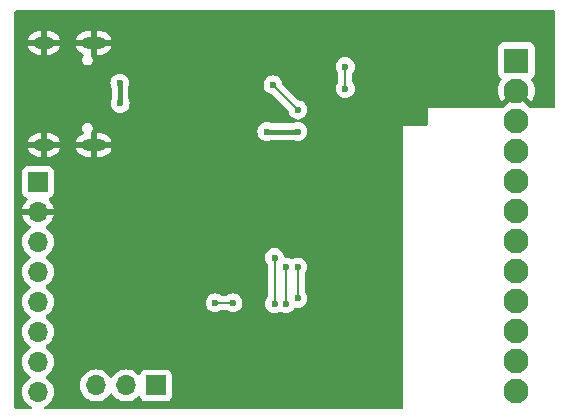
<source format=gbr>
%TF.GenerationSoftware,KiCad,Pcbnew,8.0.5*%
%TF.CreationDate,2024-10-20T23:26:53-04:00*%
%TF.ProjectId,Sequencer,53657175-656e-4636-9572-2e6b69636164,rev?*%
%TF.SameCoordinates,Original*%
%TF.FileFunction,Copper,L2,Bot*%
%TF.FilePolarity,Positive*%
%FSLAX46Y46*%
G04 Gerber Fmt 4.6, Leading zero omitted, Abs format (unit mm)*
G04 Created by KiCad (PCBNEW 8.0.5) date 2024-10-20 23:26:53*
%MOMM*%
%LPD*%
G01*
G04 APERTURE LIST*
%TA.AperFunction,ComponentPad*%
%ADD10O,2.100000X1.000000*%
%TD*%
%TA.AperFunction,ComponentPad*%
%ADD11O,1.800000X1.000000*%
%TD*%
%TA.AperFunction,ComponentPad*%
%ADD12R,1.700000X1.700000*%
%TD*%
%TA.AperFunction,ComponentPad*%
%ADD13O,1.700000X1.700000*%
%TD*%
%TA.AperFunction,ComponentPad*%
%ADD14C,2.100000*%
%TD*%
%TA.AperFunction,ComponentPad*%
%ADD15R,2.100000X2.100000*%
%TD*%
%TA.AperFunction,ViaPad*%
%ADD16C,0.600000*%
%TD*%
%TA.AperFunction,ViaPad*%
%ADD17C,5.560000*%
%TD*%
%TA.AperFunction,Conductor*%
%ADD18C,0.400000*%
%TD*%
%TA.AperFunction,Conductor*%
%ADD19C,0.152400*%
%TD*%
%TA.AperFunction,Conductor*%
%ADD20C,0.200000*%
%TD*%
G04 APERTURE END LIST*
D10*
%TO.P,J3,S1,SHIELD*%
%TO.N,GND*%
X139700000Y-52500000D03*
D11*
X135500000Y-52500000D03*
D10*
X139700000Y-61140000D03*
D11*
X135500000Y-61140000D03*
%TD*%
D12*
%TO.P,J4,1,Pin_1*%
%TO.N,/5V*%
X135000000Y-64260000D03*
D13*
%TO.P,J4,2,Pin_2*%
%TO.N,GND*%
X135000000Y-66800000D03*
%TO.P,J4,3,Pin_3*%
%TO.N,/X1*%
X135000000Y-69340000D03*
%TO.P,J4,4,Pin_4*%
%TO.N,/X2*%
X135000000Y-71880000D03*
%TO.P,J4,5,Pin_5*%
%TO.N,/X3*%
X135000000Y-74420000D03*
%TO.P,J4,6,Pin_6*%
%TO.N,/X4*%
X135000000Y-76960000D03*
%TO.P,J4,7,Pin_7*%
%TO.N,/X5*%
X135000000Y-79500000D03*
%TO.P,J4,8,Pin_8*%
%TO.N,/X6*%
X135000000Y-82040000D03*
%TD*%
D12*
%TO.P,J2,1,Pin_1*%
%TO.N,/UPDI*%
X145000000Y-81500000D03*
D13*
%TO.P,J2,2,Pin_2*%
%TO.N,/RXD_U*%
X142460000Y-81500000D03*
%TO.P,J2,3,Pin_3*%
%TO.N,/TXD_M*%
X139920000Y-81500000D03*
%TD*%
D14*
%TO.P,J1,12,Pin_12*%
%TO.N,Net-(J1-Pin_12)*%
X175500000Y-81940000D03*
%TO.P,J1,11,Pin_11*%
%TO.N,Net-(J1-Pin_11)*%
X175500000Y-79400000D03*
%TO.P,J1,10,Pin_10*%
%TO.N,Net-(J1-Pin_10)*%
X175500000Y-76860000D03*
%TO.P,J1,9,Pin_9*%
%TO.N,Net-(J1-Pin_9)*%
X175500000Y-74320000D03*
%TO.P,J1,8,Pin_8*%
%TO.N,Net-(J1-Pin_8)*%
X175500000Y-71780000D03*
%TO.P,J1,7,Pin_7*%
%TO.N,Net-(J1-Pin_7)*%
X175500000Y-69240000D03*
%TO.P,J1,6,Pin_6*%
%TO.N,Net-(J1-Pin_6)*%
X175500000Y-66700000D03*
%TO.P,J1,5,Pin_5*%
%TO.N,Net-(J1-Pin_5)*%
X175500000Y-64160000D03*
%TO.P,J1,4,Pin_4*%
%TO.N,/KEY-*%
X175500000Y-61620000D03*
%TO.P,J1,3,Pin_3*%
%TO.N,/KEY+*%
X175500000Y-59080000D03*
%TO.P,J1,2,Pin_2*%
%TO.N,GND*%
X175500000Y-56540000D03*
D15*
%TO.P,J1,1,Pin_1*%
%TO.N,/12V*%
X175500000Y-54000000D03*
%TD*%
D16*
%TO.N,GND*%
X145500000Y-60500000D03*
X163600000Y-67500000D03*
X166500000Y-50250000D03*
X165000000Y-51000000D03*
X160750000Y-62500000D03*
X168000000Y-51000000D03*
X151760960Y-69454280D03*
X154500000Y-80500000D03*
X168000000Y-53250000D03*
X143325000Y-60500000D03*
X163600000Y-77000000D03*
X145500000Y-53000000D03*
X166500000Y-55850626D03*
X160376814Y-59209314D03*
X166500000Y-58000000D03*
X149000000Y-58225000D03*
X152425000Y-64500000D03*
X165000000Y-51750000D03*
D17*
X151000000Y-80500000D03*
D16*
X165000000Y-52500000D03*
X163505000Y-72250000D03*
X160500000Y-51250000D03*
X147000000Y-51500000D03*
X165750000Y-50250000D03*
X168000000Y-52500000D03*
X168000000Y-51750000D03*
X165000000Y-53250000D03*
X163500000Y-81750000D03*
X167250000Y-50250000D03*
X143325000Y-53500000D03*
D17*
X151000000Y-52750000D03*
D16*
%TO.N,/5V*%
X154366600Y-60000000D03*
X157000000Y-60000000D03*
%TO.N,/UPDI*%
X156000000Y-74576200D03*
X156000000Y-71473800D03*
%TO.N,/3V3*%
X161011814Y-56357200D03*
X161011814Y-54500000D03*
%TO.N,/D-M*%
X154891987Y-56051301D03*
X157000000Y-58159314D03*
%TO.N,Net-(FB1-Pad1)*%
X141944069Y-57624461D03*
X141919608Y-55900000D03*
%TO.N,/TXD_U*%
X157000000Y-74131000D03*
X157000000Y-71473800D03*
%TO.N,/TXD_M*%
X150000000Y-74500000D03*
X151500000Y-74500000D03*
%TO.N,/RXD_U*%
X155017565Y-74576200D03*
X155017565Y-70667565D03*
%TD*%
D18*
%TO.N,/5V*%
X154366600Y-60000000D02*
X157000000Y-60000000D01*
D19*
%TO.N,/UPDI*%
X156000000Y-74576200D02*
X156000000Y-71473800D01*
%TO.N,/3V3*%
X161011814Y-56389314D02*
X161011814Y-54500000D01*
D20*
%TO.N,/D-M*%
X154891987Y-56051301D02*
X157000000Y-58159314D01*
D18*
%TO.N,Net-(FB1-Pad1)*%
X141944069Y-57624461D02*
X141919608Y-57600000D01*
X141919608Y-57600000D02*
X141919608Y-55900000D01*
D19*
%TO.N,/TXD_U*%
X157000000Y-74131000D02*
X157000000Y-71473800D01*
%TO.N,/TXD_M*%
X151500000Y-74500000D02*
X150000000Y-74500000D01*
%TO.N,/RXD_U*%
X155017565Y-74576200D02*
X155017565Y-70667565D01*
%TD*%
%TA.AperFunction,Conductor*%
%TO.N,GND*%
G36*
X178712180Y-49770185D02*
G01*
X178757935Y-49822989D01*
X178769140Y-49874569D01*
X178766930Y-53714631D01*
X178764535Y-57876071D01*
X178744812Y-57943099D01*
X178691982Y-57988824D01*
X178640535Y-58000000D01*
X176668639Y-58000000D01*
X176601600Y-57980315D01*
X176588113Y-57970294D01*
X176456735Y-57858087D01*
X176442073Y-57835627D01*
X175670234Y-57063787D01*
X175712292Y-57052518D01*
X175837708Y-56980110D01*
X175940110Y-56877708D01*
X176012518Y-56752292D01*
X176023787Y-56710234D01*
X176761494Y-57447941D01*
X176761495Y-57447941D01*
X176885331Y-57245861D01*
X176978696Y-57020457D01*
X177035651Y-56783219D01*
X177054792Y-56540000D01*
X177035651Y-56296780D01*
X176978696Y-56059542D01*
X176885331Y-55834138D01*
X176772149Y-55649442D01*
X176753904Y-55581996D01*
X176775020Y-55515394D01*
X176803560Y-55485389D01*
X176907546Y-55407546D01*
X176993796Y-55292331D01*
X177044091Y-55157483D01*
X177050500Y-55097873D01*
X177050499Y-52902128D01*
X177044091Y-52842517D01*
X177028233Y-52800000D01*
X176993797Y-52707671D01*
X176993793Y-52707664D01*
X176907547Y-52592455D01*
X176907544Y-52592452D01*
X176792335Y-52506206D01*
X176792328Y-52506202D01*
X176657482Y-52455908D01*
X176657483Y-52455908D01*
X176597883Y-52449501D01*
X176597881Y-52449500D01*
X176597873Y-52449500D01*
X176597864Y-52449500D01*
X174402129Y-52449500D01*
X174402123Y-52449501D01*
X174342516Y-52455908D01*
X174207671Y-52506202D01*
X174207664Y-52506206D01*
X174092455Y-52592452D01*
X174092452Y-52592455D01*
X174006206Y-52707664D01*
X174006202Y-52707671D01*
X173955908Y-52842517D01*
X173949501Y-52902116D01*
X173949501Y-52902123D01*
X173949500Y-52902135D01*
X173949500Y-55097870D01*
X173949501Y-55097876D01*
X173955908Y-55157483D01*
X174006202Y-55292328D01*
X174006206Y-55292335D01*
X174031043Y-55325512D01*
X174092454Y-55407546D01*
X174196434Y-55485386D01*
X174238305Y-55541319D01*
X174243289Y-55611011D01*
X174227851Y-55649441D01*
X174114667Y-55834140D01*
X174021303Y-56059542D01*
X173964348Y-56296780D01*
X173945207Y-56540000D01*
X173964348Y-56783219D01*
X174021303Y-57020457D01*
X174114668Y-57245861D01*
X174238504Y-57447941D01*
X174976212Y-56710232D01*
X174987482Y-56752292D01*
X175059890Y-56877708D01*
X175162292Y-56980110D01*
X175287708Y-57052518D01*
X175329765Y-57063787D01*
X174569973Y-57823579D01*
X174543263Y-57858088D01*
X174470769Y-57920004D01*
X174411891Y-57970290D01*
X174348132Y-57998861D01*
X174331361Y-58000000D01*
X168000000Y-58000000D01*
X168000000Y-59376000D01*
X167980315Y-59443039D01*
X167927511Y-59488794D01*
X167876000Y-59500000D01*
X165905707Y-59500000D01*
X165905018Y-83375504D01*
X165885332Y-83442542D01*
X165832526Y-83488296D01*
X165781018Y-83499500D01*
X135624976Y-83499500D01*
X135557937Y-83479815D01*
X135512182Y-83427011D01*
X135502238Y-83357853D01*
X135531263Y-83294297D01*
X135572571Y-83263118D01*
X135677830Y-83214035D01*
X135871401Y-83078495D01*
X136038495Y-82911401D01*
X136174035Y-82717830D01*
X136273903Y-82503663D01*
X136335063Y-82275408D01*
X136355659Y-82040000D01*
X136335063Y-81804592D01*
X136273903Y-81576337D01*
X136238306Y-81499999D01*
X138564341Y-81499999D01*
X138564341Y-81500000D01*
X138584936Y-81735403D01*
X138584938Y-81735413D01*
X138646094Y-81963655D01*
X138646096Y-81963659D01*
X138646097Y-81963663D01*
X138681694Y-82040000D01*
X138745965Y-82177830D01*
X138745967Y-82177834D01*
X138814286Y-82275403D01*
X138881505Y-82371401D01*
X139048599Y-82538495D01*
X139145384Y-82606265D01*
X139242165Y-82674032D01*
X139242167Y-82674033D01*
X139242170Y-82674035D01*
X139456337Y-82773903D01*
X139684592Y-82835063D01*
X139861034Y-82850500D01*
X139919999Y-82855659D01*
X139920000Y-82855659D01*
X139920001Y-82855659D01*
X139978966Y-82850500D01*
X140155408Y-82835063D01*
X140383663Y-82773903D01*
X140597830Y-82674035D01*
X140791401Y-82538495D01*
X140958495Y-82371401D01*
X141088425Y-82185842D01*
X141143002Y-82142217D01*
X141212500Y-82135023D01*
X141274855Y-82166546D01*
X141291575Y-82185842D01*
X141421500Y-82371395D01*
X141421505Y-82371401D01*
X141588599Y-82538495D01*
X141685384Y-82606265D01*
X141782165Y-82674032D01*
X141782167Y-82674033D01*
X141782170Y-82674035D01*
X141996337Y-82773903D01*
X142224592Y-82835063D01*
X142401034Y-82850500D01*
X142459999Y-82855659D01*
X142460000Y-82855659D01*
X142460001Y-82855659D01*
X142518966Y-82850500D01*
X142695408Y-82835063D01*
X142923663Y-82773903D01*
X143137830Y-82674035D01*
X143331401Y-82538495D01*
X143453329Y-82416566D01*
X143514648Y-82383084D01*
X143584340Y-82388068D01*
X143640274Y-82429939D01*
X143657189Y-82460917D01*
X143706202Y-82592328D01*
X143706206Y-82592335D01*
X143792452Y-82707544D01*
X143792455Y-82707547D01*
X143907664Y-82793793D01*
X143907671Y-82793797D01*
X144042517Y-82844091D01*
X144042516Y-82844091D01*
X144049444Y-82844835D01*
X144102127Y-82850500D01*
X145897872Y-82850499D01*
X145957483Y-82844091D01*
X146092331Y-82793796D01*
X146207546Y-82707546D01*
X146293796Y-82592331D01*
X146344091Y-82457483D01*
X146350500Y-82397873D01*
X146350499Y-80602128D01*
X146344091Y-80542517D01*
X146342810Y-80539083D01*
X146293797Y-80407671D01*
X146293793Y-80407664D01*
X146207547Y-80292455D01*
X146207544Y-80292452D01*
X146092335Y-80206206D01*
X146092328Y-80206202D01*
X145957482Y-80155908D01*
X145957483Y-80155908D01*
X145897883Y-80149501D01*
X145897881Y-80149500D01*
X145897873Y-80149500D01*
X145897864Y-80149500D01*
X144102129Y-80149500D01*
X144102123Y-80149501D01*
X144042516Y-80155908D01*
X143907671Y-80206202D01*
X143907664Y-80206206D01*
X143792455Y-80292452D01*
X143792452Y-80292455D01*
X143706206Y-80407664D01*
X143706203Y-80407669D01*
X143657189Y-80539083D01*
X143615317Y-80595016D01*
X143549853Y-80619433D01*
X143481580Y-80604581D01*
X143453326Y-80583430D01*
X143331402Y-80461506D01*
X143331395Y-80461501D01*
X143137834Y-80325967D01*
X143137830Y-80325965D01*
X143112555Y-80314179D01*
X142923663Y-80226097D01*
X142923659Y-80226096D01*
X142923655Y-80226094D01*
X142695413Y-80164938D01*
X142695403Y-80164936D01*
X142460001Y-80144341D01*
X142459999Y-80144341D01*
X142224596Y-80164936D01*
X142224586Y-80164938D01*
X141996344Y-80226094D01*
X141996335Y-80226098D01*
X141782171Y-80325964D01*
X141782169Y-80325965D01*
X141588597Y-80461505D01*
X141421505Y-80628597D01*
X141291575Y-80814158D01*
X141236998Y-80857783D01*
X141167500Y-80864977D01*
X141105145Y-80833454D01*
X141088425Y-80814158D01*
X140958494Y-80628597D01*
X140791402Y-80461506D01*
X140791395Y-80461501D01*
X140597834Y-80325967D01*
X140597830Y-80325965D01*
X140572555Y-80314179D01*
X140383663Y-80226097D01*
X140383659Y-80226096D01*
X140383655Y-80226094D01*
X140155413Y-80164938D01*
X140155403Y-80164936D01*
X139920001Y-80144341D01*
X139919999Y-80144341D01*
X139684596Y-80164936D01*
X139684586Y-80164938D01*
X139456344Y-80226094D01*
X139456335Y-80226098D01*
X139242171Y-80325964D01*
X139242169Y-80325965D01*
X139048597Y-80461505D01*
X138881505Y-80628597D01*
X138745965Y-80822169D01*
X138745964Y-80822171D01*
X138646098Y-81036335D01*
X138646094Y-81036344D01*
X138584938Y-81264586D01*
X138584936Y-81264596D01*
X138564341Y-81499999D01*
X136238306Y-81499999D01*
X136174035Y-81362171D01*
X136038495Y-81168599D01*
X136038494Y-81168597D01*
X135871402Y-81001506D01*
X135871396Y-81001501D01*
X135685842Y-80871575D01*
X135642217Y-80816998D01*
X135635023Y-80747500D01*
X135666546Y-80685145D01*
X135685842Y-80668425D01*
X135742722Y-80628597D01*
X135871401Y-80538495D01*
X136038495Y-80371401D01*
X136174035Y-80177830D01*
X136273903Y-79963663D01*
X136335063Y-79735408D01*
X136355659Y-79500000D01*
X136335063Y-79264592D01*
X136273903Y-79036337D01*
X136174035Y-78822171D01*
X136038495Y-78628599D01*
X136038494Y-78628597D01*
X135871402Y-78461506D01*
X135871396Y-78461501D01*
X135685842Y-78331575D01*
X135642217Y-78276998D01*
X135635023Y-78207500D01*
X135666546Y-78145145D01*
X135685842Y-78128425D01*
X135708026Y-78112891D01*
X135871401Y-77998495D01*
X136038495Y-77831401D01*
X136174035Y-77637830D01*
X136273903Y-77423663D01*
X136335063Y-77195408D01*
X136355659Y-76960000D01*
X136335063Y-76724592D01*
X136273903Y-76496337D01*
X136174035Y-76282171D01*
X136038495Y-76088599D01*
X136038494Y-76088597D01*
X135871402Y-75921506D01*
X135871396Y-75921501D01*
X135685842Y-75791575D01*
X135642217Y-75736998D01*
X135635023Y-75667500D01*
X135666546Y-75605145D01*
X135685842Y-75588425D01*
X135708026Y-75572891D01*
X135871401Y-75458495D01*
X136038495Y-75291401D01*
X136174035Y-75097830D01*
X136273903Y-74883663D01*
X136335063Y-74655408D01*
X136348660Y-74499996D01*
X149194435Y-74499996D01*
X149194435Y-74500003D01*
X149214630Y-74679249D01*
X149214631Y-74679254D01*
X149274211Y-74849523D01*
X149322091Y-74925723D01*
X149370184Y-75002262D01*
X149497738Y-75129816D01*
X149650478Y-75225789D01*
X149820745Y-75285368D01*
X149820750Y-75285369D01*
X149999996Y-75305565D01*
X150000000Y-75305565D01*
X150000004Y-75305565D01*
X150179249Y-75285369D01*
X150179252Y-75285368D01*
X150179255Y-75285368D01*
X150349522Y-75225789D01*
X150502262Y-75129816D01*
X150519059Y-75113019D01*
X150580382Y-75079534D01*
X150606740Y-75076700D01*
X150893260Y-75076700D01*
X150960299Y-75096385D01*
X150980941Y-75113019D01*
X150997738Y-75129816D01*
X151150478Y-75225789D01*
X151320745Y-75285368D01*
X151320750Y-75285369D01*
X151499996Y-75305565D01*
X151500000Y-75305565D01*
X151500004Y-75305565D01*
X151679249Y-75285369D01*
X151679252Y-75285368D01*
X151679255Y-75285368D01*
X151849522Y-75225789D01*
X152002262Y-75129816D01*
X152129816Y-75002262D01*
X152225789Y-74849522D01*
X152285368Y-74679255D01*
X152285369Y-74679249D01*
X152305565Y-74500003D01*
X152305565Y-74499996D01*
X152285369Y-74320750D01*
X152285368Y-74320745D01*
X152281695Y-74310249D01*
X152225789Y-74150478D01*
X152129816Y-73997738D01*
X152002262Y-73870184D01*
X151849523Y-73774211D01*
X151679254Y-73714631D01*
X151679249Y-73714630D01*
X151500004Y-73694435D01*
X151499996Y-73694435D01*
X151320750Y-73714630D01*
X151320745Y-73714631D01*
X151150476Y-73774211D01*
X150997737Y-73870184D01*
X150980941Y-73886981D01*
X150919618Y-73920466D01*
X150893260Y-73923300D01*
X150606740Y-73923300D01*
X150539701Y-73903615D01*
X150519059Y-73886981D01*
X150502262Y-73870184D01*
X150349523Y-73774211D01*
X150179254Y-73714631D01*
X150179249Y-73714630D01*
X150000004Y-73694435D01*
X149999996Y-73694435D01*
X149820750Y-73714630D01*
X149820745Y-73714631D01*
X149650476Y-73774211D01*
X149497737Y-73870184D01*
X149370184Y-73997737D01*
X149274211Y-74150476D01*
X149214631Y-74320745D01*
X149214630Y-74320750D01*
X149194435Y-74499996D01*
X136348660Y-74499996D01*
X136355659Y-74420000D01*
X136335063Y-74184592D01*
X136273903Y-73956337D01*
X136174035Y-73742171D01*
X136154752Y-73714631D01*
X136038494Y-73548597D01*
X135871402Y-73381506D01*
X135871396Y-73381501D01*
X135685842Y-73251575D01*
X135642217Y-73196998D01*
X135635023Y-73127500D01*
X135666546Y-73065145D01*
X135685842Y-73048425D01*
X135708026Y-73032891D01*
X135871401Y-72918495D01*
X136038495Y-72751401D01*
X136174035Y-72557830D01*
X136273903Y-72343663D01*
X136335063Y-72115408D01*
X136355659Y-71880000D01*
X136335063Y-71644592D01*
X136273903Y-71416337D01*
X136174035Y-71202171D01*
X136044439Y-71017087D01*
X136038494Y-71008597D01*
X135871402Y-70841506D01*
X135871396Y-70841501D01*
X135685842Y-70711575D01*
X135650660Y-70667561D01*
X154212000Y-70667561D01*
X154212000Y-70667568D01*
X154232195Y-70846814D01*
X154232196Y-70846819D01*
X154291776Y-71017088D01*
X154387749Y-71169827D01*
X154404546Y-71186624D01*
X154438031Y-71247947D01*
X154440865Y-71274305D01*
X154440865Y-73969460D01*
X154421180Y-74036499D01*
X154404546Y-74057141D01*
X154387749Y-74073937D01*
X154291776Y-74226676D01*
X154232196Y-74396945D01*
X154232195Y-74396950D01*
X154212000Y-74576196D01*
X154212000Y-74576203D01*
X154232195Y-74755449D01*
X154232196Y-74755454D01*
X154291776Y-74925723D01*
X154292375Y-74926676D01*
X154387749Y-75078462D01*
X154515303Y-75206016D01*
X154546770Y-75225788D01*
X154651182Y-75291395D01*
X154668043Y-75301989D01*
X154678263Y-75305565D01*
X154838310Y-75361568D01*
X154838315Y-75361569D01*
X155017561Y-75381765D01*
X155017565Y-75381765D01*
X155017569Y-75381765D01*
X155196814Y-75361569D01*
X155196817Y-75361568D01*
X155196820Y-75361568D01*
X155367087Y-75301989D01*
X155442810Y-75254408D01*
X155510045Y-75235408D01*
X155574753Y-75254408D01*
X155633627Y-75291401D01*
X155650478Y-75301989D01*
X155660698Y-75305565D01*
X155820745Y-75361568D01*
X155820750Y-75361569D01*
X155999996Y-75381765D01*
X156000000Y-75381765D01*
X156000004Y-75381765D01*
X156179249Y-75361569D01*
X156179252Y-75361568D01*
X156179255Y-75361568D01*
X156349522Y-75301989D01*
X156502262Y-75206016D01*
X156629816Y-75078462D01*
X156696104Y-74972965D01*
X156748436Y-74926676D01*
X156814979Y-74915719D01*
X156999996Y-74936565D01*
X157000000Y-74936565D01*
X157000004Y-74936565D01*
X157179249Y-74916369D01*
X157179252Y-74916368D01*
X157179255Y-74916368D01*
X157349522Y-74856789D01*
X157502262Y-74760816D01*
X157629816Y-74633262D01*
X157725789Y-74480522D01*
X157785368Y-74310255D01*
X157794785Y-74226676D01*
X157805565Y-74131003D01*
X157805565Y-74130996D01*
X157785369Y-73951750D01*
X157785368Y-73951745D01*
X157774423Y-73920466D01*
X157725789Y-73781478D01*
X157701089Y-73742169D01*
X157629815Y-73628737D01*
X157613019Y-73611941D01*
X157579534Y-73550618D01*
X157576700Y-73524260D01*
X157576700Y-72080540D01*
X157596385Y-72013501D01*
X157613019Y-71992859D01*
X157629816Y-71976062D01*
X157725789Y-71823322D01*
X157785368Y-71653055D01*
X157786322Y-71644592D01*
X157805565Y-71473803D01*
X157805565Y-71473796D01*
X157785369Y-71294550D01*
X157785368Y-71294545D01*
X157725788Y-71124276D01*
X157629815Y-70971537D01*
X157502262Y-70843984D01*
X157349523Y-70748011D01*
X157179254Y-70688431D01*
X157179249Y-70688430D01*
X157000004Y-70668235D01*
X156999996Y-70668235D01*
X156820750Y-70688430D01*
X156820737Y-70688433D01*
X156650479Y-70748009D01*
X156565971Y-70801109D01*
X156498734Y-70820109D01*
X156434029Y-70801109D01*
X156349520Y-70748009D01*
X156179262Y-70688433D01*
X156179249Y-70688430D01*
X156000004Y-70668235D01*
X155999996Y-70668235D01*
X155948641Y-70674021D01*
X155879819Y-70661966D01*
X155828440Y-70614617D01*
X155811538Y-70564683D01*
X155802934Y-70488315D01*
X155802933Y-70488310D01*
X155764506Y-70378493D01*
X155743354Y-70318043D01*
X155647381Y-70165303D01*
X155519827Y-70037749D01*
X155367088Y-69941776D01*
X155196819Y-69882196D01*
X155196814Y-69882195D01*
X155017569Y-69862000D01*
X155017561Y-69862000D01*
X154838315Y-69882195D01*
X154838310Y-69882196D01*
X154668041Y-69941776D01*
X154515302Y-70037749D01*
X154387749Y-70165302D01*
X154291776Y-70318041D01*
X154232196Y-70488310D01*
X154232195Y-70488315D01*
X154212000Y-70667561D01*
X135650660Y-70667561D01*
X135642217Y-70656998D01*
X135635023Y-70587500D01*
X135666546Y-70525145D01*
X135685842Y-70508425D01*
X135714569Y-70488310D01*
X135871401Y-70378495D01*
X136038495Y-70211401D01*
X136174035Y-70017830D01*
X136273903Y-69803663D01*
X136335063Y-69575408D01*
X136355659Y-69340000D01*
X136335063Y-69104592D01*
X136273903Y-68876337D01*
X136174035Y-68662171D01*
X136038495Y-68468599D01*
X136038494Y-68468597D01*
X135871402Y-68301506D01*
X135871401Y-68301505D01*
X135685405Y-68171269D01*
X135641781Y-68116692D01*
X135634588Y-68047193D01*
X135666110Y-67984839D01*
X135685405Y-67968119D01*
X135871082Y-67838105D01*
X136038105Y-67671082D01*
X136173600Y-67477578D01*
X136273429Y-67263492D01*
X136273432Y-67263486D01*
X136330636Y-67050000D01*
X135433012Y-67050000D01*
X135465925Y-66992993D01*
X135500000Y-66865826D01*
X135500000Y-66734174D01*
X135465925Y-66607007D01*
X135433012Y-66550000D01*
X136330636Y-66550000D01*
X136330635Y-66549999D01*
X136273432Y-66336513D01*
X136273429Y-66336507D01*
X136173600Y-66122422D01*
X136173599Y-66122420D01*
X136038113Y-65928926D01*
X136038108Y-65928920D01*
X135916053Y-65806865D01*
X135882568Y-65745542D01*
X135887552Y-65675850D01*
X135929424Y-65619917D01*
X135960400Y-65603002D01*
X136092331Y-65553796D01*
X136207546Y-65467546D01*
X136293796Y-65352331D01*
X136344091Y-65217483D01*
X136350500Y-65157873D01*
X136350499Y-63362128D01*
X136344091Y-63302517D01*
X136293796Y-63167669D01*
X136293795Y-63167668D01*
X136293793Y-63167664D01*
X136207547Y-63052455D01*
X136207544Y-63052452D01*
X136092335Y-62966206D01*
X136092328Y-62966202D01*
X135957482Y-62915908D01*
X135957483Y-62915908D01*
X135897883Y-62909501D01*
X135897881Y-62909500D01*
X135897873Y-62909500D01*
X135897864Y-62909500D01*
X134102129Y-62909500D01*
X134102123Y-62909501D01*
X134042516Y-62915908D01*
X133907671Y-62966202D01*
X133907664Y-62966206D01*
X133792455Y-63052452D01*
X133792452Y-63052455D01*
X133706206Y-63167664D01*
X133706202Y-63167671D01*
X133655908Y-63302517D01*
X133649501Y-63362116D01*
X133649501Y-63362123D01*
X133649500Y-63362135D01*
X133649500Y-65157870D01*
X133649501Y-65157876D01*
X133655908Y-65217483D01*
X133706202Y-65352328D01*
X133706206Y-65352335D01*
X133792452Y-65467544D01*
X133792455Y-65467547D01*
X133907664Y-65553793D01*
X133907671Y-65553797D01*
X133907674Y-65553798D01*
X134039598Y-65603002D01*
X134095531Y-65644873D01*
X134119949Y-65710337D01*
X134105098Y-65778610D01*
X134083947Y-65806865D01*
X133961886Y-65928926D01*
X133826400Y-66122420D01*
X133826399Y-66122422D01*
X133726570Y-66336507D01*
X133726567Y-66336513D01*
X133669364Y-66549999D01*
X133669364Y-66550000D01*
X134566988Y-66550000D01*
X134534075Y-66607007D01*
X134500000Y-66734174D01*
X134500000Y-66865826D01*
X134534075Y-66992993D01*
X134566988Y-67050000D01*
X133669364Y-67050000D01*
X133726567Y-67263486D01*
X133726570Y-67263492D01*
X133826399Y-67477578D01*
X133961894Y-67671082D01*
X134128917Y-67838105D01*
X134314595Y-67968119D01*
X134358219Y-68022696D01*
X134365412Y-68092195D01*
X134333890Y-68154549D01*
X134314595Y-68171269D01*
X134128594Y-68301508D01*
X133961505Y-68468597D01*
X133825965Y-68662169D01*
X133825964Y-68662171D01*
X133726098Y-68876335D01*
X133726094Y-68876344D01*
X133664938Y-69104586D01*
X133664936Y-69104596D01*
X133644341Y-69339999D01*
X133644341Y-69340000D01*
X133664936Y-69575403D01*
X133664938Y-69575413D01*
X133726094Y-69803655D01*
X133726096Y-69803659D01*
X133726097Y-69803663D01*
X133792512Y-69946089D01*
X133825965Y-70017830D01*
X133825967Y-70017834D01*
X133961501Y-70211395D01*
X133961506Y-70211402D01*
X134128597Y-70378493D01*
X134128603Y-70378498D01*
X134314158Y-70508425D01*
X134357783Y-70563002D01*
X134364977Y-70632500D01*
X134333454Y-70694855D01*
X134314158Y-70711575D01*
X134128597Y-70841505D01*
X133961505Y-71008597D01*
X133825965Y-71202169D01*
X133825964Y-71202171D01*
X133726098Y-71416335D01*
X133726094Y-71416344D01*
X133664938Y-71644586D01*
X133664936Y-71644596D01*
X133644341Y-71879999D01*
X133644341Y-71880000D01*
X133664936Y-72115403D01*
X133664938Y-72115413D01*
X133726094Y-72343655D01*
X133726096Y-72343659D01*
X133726097Y-72343663D01*
X133792512Y-72486089D01*
X133825965Y-72557830D01*
X133825967Y-72557834D01*
X133961501Y-72751395D01*
X133961506Y-72751402D01*
X134128597Y-72918493D01*
X134128603Y-72918498D01*
X134314158Y-73048425D01*
X134357783Y-73103002D01*
X134364977Y-73172500D01*
X134333454Y-73234855D01*
X134314158Y-73251575D01*
X134128597Y-73381505D01*
X133961505Y-73548597D01*
X133825965Y-73742169D01*
X133825964Y-73742171D01*
X133726098Y-73956335D01*
X133726094Y-73956344D01*
X133664938Y-74184586D01*
X133664936Y-74184596D01*
X133644341Y-74419999D01*
X133644341Y-74420000D01*
X133664936Y-74655403D01*
X133664938Y-74655413D01*
X133726094Y-74883655D01*
X133726096Y-74883659D01*
X133726097Y-74883663D01*
X133781401Y-75002262D01*
X133825965Y-75097830D01*
X133825967Y-75097834D01*
X133906576Y-75212955D01*
X133957281Y-75285369D01*
X133961501Y-75291395D01*
X133961506Y-75291402D01*
X134128597Y-75458493D01*
X134128603Y-75458498D01*
X134314158Y-75588425D01*
X134357783Y-75643002D01*
X134364977Y-75712500D01*
X134333454Y-75774855D01*
X134314158Y-75791575D01*
X134128597Y-75921505D01*
X133961505Y-76088597D01*
X133825965Y-76282169D01*
X133825964Y-76282171D01*
X133726098Y-76496335D01*
X133726094Y-76496344D01*
X133664938Y-76724586D01*
X133664936Y-76724596D01*
X133644341Y-76959999D01*
X133644341Y-76960000D01*
X133664936Y-77195403D01*
X133664938Y-77195413D01*
X133726094Y-77423655D01*
X133726096Y-77423659D01*
X133726097Y-77423663D01*
X133792512Y-77566089D01*
X133825965Y-77637830D01*
X133825967Y-77637834D01*
X133961501Y-77831395D01*
X133961506Y-77831402D01*
X134128597Y-77998493D01*
X134128603Y-77998498D01*
X134314158Y-78128425D01*
X134357783Y-78183002D01*
X134364977Y-78252500D01*
X134333454Y-78314855D01*
X134314158Y-78331575D01*
X134128597Y-78461505D01*
X133961505Y-78628597D01*
X133825965Y-78822169D01*
X133825964Y-78822171D01*
X133726098Y-79036335D01*
X133726094Y-79036344D01*
X133664938Y-79264586D01*
X133664936Y-79264596D01*
X133644341Y-79499999D01*
X133644341Y-79500000D01*
X133664936Y-79735403D01*
X133664938Y-79735413D01*
X133726094Y-79963655D01*
X133726096Y-79963659D01*
X133726097Y-79963663D01*
X133812755Y-80149501D01*
X133825965Y-80177830D01*
X133825967Y-80177834D01*
X133961501Y-80371395D01*
X133961506Y-80371402D01*
X134128597Y-80538493D01*
X134128603Y-80538498D01*
X134314158Y-80668425D01*
X134357783Y-80723002D01*
X134364977Y-80792500D01*
X134333454Y-80854855D01*
X134314158Y-80871575D01*
X134128597Y-81001505D01*
X133961505Y-81168597D01*
X133825965Y-81362169D01*
X133825964Y-81362171D01*
X133726098Y-81576335D01*
X133726094Y-81576344D01*
X133664938Y-81804586D01*
X133664936Y-81804596D01*
X133644341Y-82039999D01*
X133644341Y-82040000D01*
X133664936Y-82275403D01*
X133664938Y-82275413D01*
X133726094Y-82503655D01*
X133726096Y-82503659D01*
X133726097Y-82503663D01*
X133821170Y-82707547D01*
X133825965Y-82717830D01*
X133825967Y-82717834D01*
X133914374Y-82844091D01*
X133961505Y-82911401D01*
X134128599Y-83078495D01*
X134225384Y-83146265D01*
X134322165Y-83214032D01*
X134322167Y-83214033D01*
X134322170Y-83214035D01*
X134427429Y-83263118D01*
X134479868Y-83309290D01*
X134499020Y-83376484D01*
X134478804Y-83443365D01*
X134425639Y-83488700D01*
X134375024Y-83499500D01*
X133124500Y-83499500D01*
X133057461Y-83479815D01*
X133011706Y-83427011D01*
X133000500Y-83375500D01*
X133000500Y-60890000D01*
X134130138Y-60890000D01*
X134933012Y-60890000D01*
X134915795Y-60899940D01*
X134859940Y-60955795D01*
X134820444Y-61024204D01*
X134800000Y-61100504D01*
X134800000Y-61179496D01*
X134820444Y-61255796D01*
X134859940Y-61324205D01*
X134915795Y-61380060D01*
X134933012Y-61390000D01*
X134130138Y-61390000D01*
X134138430Y-61431690D01*
X134138430Y-61431692D01*
X134213807Y-61613671D01*
X134213814Y-61613684D01*
X134323248Y-61777462D01*
X134323251Y-61777466D01*
X134462533Y-61916748D01*
X134462537Y-61916751D01*
X134626315Y-62026185D01*
X134626328Y-62026192D01*
X134808306Y-62101569D01*
X134808318Y-62101572D01*
X135001504Y-62139999D01*
X135001508Y-62140000D01*
X135250000Y-62140000D01*
X135250000Y-61440000D01*
X135750000Y-61440000D01*
X135750000Y-62140000D01*
X135998492Y-62140000D01*
X135998495Y-62139999D01*
X136191681Y-62101572D01*
X136191693Y-62101569D01*
X136373671Y-62026192D01*
X136373684Y-62026185D01*
X136537462Y-61916751D01*
X136537466Y-61916748D01*
X136676748Y-61777466D01*
X136676751Y-61777462D01*
X136786185Y-61613684D01*
X136786192Y-61613671D01*
X136861569Y-61431692D01*
X136861569Y-61431690D01*
X136869862Y-61390000D01*
X136066988Y-61390000D01*
X136084205Y-61380060D01*
X136140060Y-61324205D01*
X136179556Y-61255796D01*
X136200000Y-61179496D01*
X136200000Y-61100504D01*
X136179556Y-61024204D01*
X136140060Y-60955795D01*
X136084205Y-60899940D01*
X136066988Y-60890000D01*
X136869862Y-60890000D01*
X138180138Y-60890000D01*
X138983012Y-60890000D01*
X138965795Y-60899940D01*
X138909940Y-60955795D01*
X138870444Y-61024204D01*
X138850000Y-61100504D01*
X138850000Y-61179496D01*
X138870444Y-61255796D01*
X138909940Y-61324205D01*
X138965795Y-61380060D01*
X138983012Y-61390000D01*
X138180138Y-61390000D01*
X138188430Y-61431690D01*
X138188430Y-61431692D01*
X138263807Y-61613671D01*
X138263814Y-61613684D01*
X138373248Y-61777462D01*
X138373251Y-61777466D01*
X138512533Y-61916748D01*
X138512537Y-61916751D01*
X138676315Y-62026185D01*
X138676328Y-62026192D01*
X138858306Y-62101569D01*
X138858318Y-62101572D01*
X139051504Y-62139999D01*
X139051508Y-62140000D01*
X139450000Y-62140000D01*
X139450000Y-61440000D01*
X139950000Y-61440000D01*
X139950000Y-62140000D01*
X140348492Y-62140000D01*
X140348495Y-62139999D01*
X140541681Y-62101572D01*
X140541693Y-62101569D01*
X140723671Y-62026192D01*
X140723684Y-62026185D01*
X140887462Y-61916751D01*
X140887466Y-61916748D01*
X141026748Y-61777466D01*
X141026751Y-61777462D01*
X141136185Y-61613684D01*
X141136192Y-61613671D01*
X141211569Y-61431692D01*
X141211569Y-61431690D01*
X141219862Y-61390000D01*
X140416988Y-61390000D01*
X140434205Y-61380060D01*
X140490060Y-61324205D01*
X140529556Y-61255796D01*
X140550000Y-61179496D01*
X140550000Y-61100504D01*
X140529556Y-61024204D01*
X140490060Y-60955795D01*
X140434205Y-60899940D01*
X140416988Y-60890000D01*
X141219862Y-60890000D01*
X141211569Y-60848309D01*
X141211569Y-60848307D01*
X141136192Y-60666328D01*
X141136185Y-60666315D01*
X141026751Y-60502537D01*
X141026748Y-60502533D01*
X140887466Y-60363251D01*
X140887462Y-60363248D01*
X140723684Y-60253814D01*
X140723671Y-60253807D01*
X140541693Y-60178430D01*
X140541681Y-60178427D01*
X140348495Y-60140000D01*
X139950000Y-60140000D01*
X139950000Y-60840000D01*
X139450000Y-60840000D01*
X139450000Y-60131294D01*
X139469685Y-60064255D01*
X139486319Y-60043613D01*
X139529936Y-59999996D01*
X153561035Y-59999996D01*
X153561035Y-60000003D01*
X153581230Y-60179249D01*
X153581231Y-60179254D01*
X153640811Y-60349523D01*
X153736784Y-60502262D01*
X153864338Y-60629816D01*
X153954680Y-60686582D01*
X154017074Y-60725787D01*
X154017078Y-60725789D01*
X154187345Y-60785368D01*
X154187350Y-60785369D01*
X154366596Y-60805565D01*
X154366600Y-60805565D01*
X154366604Y-60805565D01*
X154545849Y-60785369D01*
X154545852Y-60785368D01*
X154545855Y-60785368D01*
X154716122Y-60725789D01*
X154717088Y-60725181D01*
X154726123Y-60719506D01*
X154792094Y-60700500D01*
X156574506Y-60700500D01*
X156640477Y-60719506D01*
X156650474Y-60725787D01*
X156650475Y-60725787D01*
X156650478Y-60725789D01*
X156820745Y-60785368D01*
X156820750Y-60785369D01*
X156999996Y-60805565D01*
X157000000Y-60805565D01*
X157000004Y-60805565D01*
X157179249Y-60785369D01*
X157179252Y-60785368D01*
X157179255Y-60785368D01*
X157349522Y-60725789D01*
X157502262Y-60629816D01*
X157629816Y-60502262D01*
X157725789Y-60349522D01*
X157785368Y-60179255D01*
X157785461Y-60178430D01*
X157805565Y-60000003D01*
X157805565Y-59999996D01*
X157785369Y-59820750D01*
X157785368Y-59820745D01*
X157725788Y-59650476D01*
X157669322Y-59560612D01*
X157629816Y-59497738D01*
X157502262Y-59370184D01*
X157349523Y-59274211D01*
X157179254Y-59214631D01*
X157179249Y-59214630D01*
X157074930Y-59202877D01*
X157010516Y-59175811D01*
X157000761Y-59161607D01*
X156995218Y-59170842D01*
X156932580Y-59201797D01*
X156925069Y-59202877D01*
X156820750Y-59214630D01*
X156820745Y-59214631D01*
X156650474Y-59274212D01*
X156640477Y-59280494D01*
X156574506Y-59299500D01*
X154792094Y-59299500D01*
X154726123Y-59280494D01*
X154716125Y-59274212D01*
X154545854Y-59214631D01*
X154545849Y-59214630D01*
X154366604Y-59194435D01*
X154366596Y-59194435D01*
X154187350Y-59214630D01*
X154187345Y-59214631D01*
X154017076Y-59274211D01*
X153864337Y-59370184D01*
X153736784Y-59497737D01*
X153640811Y-59650476D01*
X153581231Y-59820745D01*
X153581230Y-59820750D01*
X153561035Y-59999996D01*
X139529936Y-59999996D01*
X139542090Y-59987842D01*
X139601663Y-59884659D01*
X139632500Y-59769573D01*
X139632500Y-59650427D01*
X139601663Y-59535341D01*
X139542090Y-59432158D01*
X139457842Y-59347910D01*
X139373994Y-59299500D01*
X139354660Y-59288337D01*
X139297116Y-59272918D01*
X139239573Y-59257500D01*
X139120427Y-59257500D01*
X139005339Y-59288337D01*
X138902158Y-59347910D01*
X138902155Y-59347912D01*
X138817912Y-59432155D01*
X138817910Y-59432158D01*
X138758337Y-59535339D01*
X138727500Y-59650427D01*
X138727500Y-59769573D01*
X138741211Y-59820745D01*
X138758337Y-59884660D01*
X138788123Y-59936250D01*
X138817910Y-59987842D01*
X138817912Y-59987844D01*
X138833284Y-60003216D01*
X138866769Y-60064539D01*
X138861785Y-60134231D01*
X138819913Y-60190164D01*
X138793056Y-60205458D01*
X138676324Y-60253809D01*
X138676315Y-60253814D01*
X138512537Y-60363248D01*
X138512533Y-60363251D01*
X138373251Y-60502533D01*
X138373248Y-60502537D01*
X138263814Y-60666315D01*
X138263807Y-60666328D01*
X138188430Y-60848307D01*
X138188430Y-60848309D01*
X138180138Y-60890000D01*
X136869862Y-60890000D01*
X136861569Y-60848309D01*
X136861569Y-60848307D01*
X136786192Y-60666328D01*
X136786185Y-60666315D01*
X136676751Y-60502537D01*
X136676748Y-60502533D01*
X136537466Y-60363251D01*
X136537462Y-60363248D01*
X136373684Y-60253814D01*
X136373671Y-60253807D01*
X136191693Y-60178430D01*
X136191681Y-60178427D01*
X135998495Y-60140000D01*
X135750000Y-60140000D01*
X135750000Y-60840000D01*
X135250000Y-60840000D01*
X135250000Y-60140000D01*
X135001504Y-60140000D01*
X134808318Y-60178427D01*
X134808306Y-60178430D01*
X134626328Y-60253807D01*
X134626315Y-60253814D01*
X134462537Y-60363248D01*
X134462533Y-60363251D01*
X134323251Y-60502533D01*
X134323248Y-60502537D01*
X134213814Y-60666315D01*
X134213807Y-60666328D01*
X134138430Y-60848307D01*
X134138430Y-60848309D01*
X134130138Y-60890000D01*
X133000500Y-60890000D01*
X133000500Y-55899996D01*
X141114043Y-55899996D01*
X141114043Y-55900003D01*
X141134238Y-56079249D01*
X141134239Y-56079254D01*
X141193820Y-56249525D01*
X141200100Y-56259519D01*
X141219108Y-56325493D01*
X141219108Y-57251505D01*
X141212149Y-57292460D01*
X141158702Y-57445198D01*
X141158699Y-57445211D01*
X141138504Y-57624457D01*
X141138504Y-57624464D01*
X141158699Y-57803710D01*
X141158700Y-57803715D01*
X141218280Y-57973984D01*
X141314253Y-58126723D01*
X141441807Y-58254277D01*
X141594547Y-58350250D01*
X141764814Y-58409829D01*
X141764819Y-58409830D01*
X141944065Y-58430026D01*
X141944069Y-58430026D01*
X141944073Y-58430026D01*
X142123318Y-58409830D01*
X142123321Y-58409829D01*
X142123324Y-58409829D01*
X142293591Y-58350250D01*
X142446331Y-58254277D01*
X142573885Y-58126723D01*
X142669858Y-57973983D01*
X142729437Y-57803716D01*
X142749634Y-57624461D01*
X142746971Y-57600828D01*
X142729438Y-57445211D01*
X142729435Y-57445198D01*
X142669859Y-57274940D01*
X142639114Y-57226009D01*
X142620108Y-57160038D01*
X142620108Y-56325493D01*
X142639116Y-56259519D01*
X142645395Y-56249525D01*
X142645394Y-56249525D01*
X142645397Y-56249522D01*
X142704976Y-56079255D01*
X142707197Y-56059542D01*
X142708126Y-56051297D01*
X154086422Y-56051297D01*
X154086422Y-56051304D01*
X154106617Y-56230550D01*
X154106618Y-56230555D01*
X154166198Y-56400824D01*
X154251421Y-56536454D01*
X154262171Y-56553563D01*
X154389725Y-56681117D01*
X154542465Y-56777090D01*
X154712732Y-56836669D01*
X154799656Y-56846462D01*
X154864067Y-56873527D01*
X154873452Y-56882001D01*
X156169298Y-58177848D01*
X156202783Y-58239171D01*
X156204837Y-58251645D01*
X156214630Y-58338563D01*
X156274210Y-58508835D01*
X156370184Y-58661576D01*
X156497738Y-58789130D01*
X156650478Y-58885103D01*
X156820745Y-58944682D01*
X156820750Y-58944683D01*
X156925069Y-58956437D01*
X156989483Y-58983503D01*
X156999238Y-58997707D01*
X157004781Y-58988473D01*
X157067419Y-58957517D01*
X157074930Y-58956437D01*
X157179249Y-58944683D01*
X157179252Y-58944682D01*
X157179255Y-58944682D01*
X157349522Y-58885103D01*
X157502262Y-58789130D01*
X157629816Y-58661576D01*
X157725789Y-58508836D01*
X157785368Y-58338569D01*
X157785369Y-58338563D01*
X157805565Y-58159317D01*
X157805565Y-58159310D01*
X157785369Y-57980064D01*
X157785368Y-57980059D01*
X157748981Y-57876071D01*
X157725789Y-57809792D01*
X157721967Y-57803710D01*
X157629815Y-57657051D01*
X157502262Y-57529498D01*
X157349521Y-57433524D01*
X157179249Y-57373944D01*
X157092331Y-57364151D01*
X157027917Y-57337084D01*
X157018534Y-57328612D01*
X155722687Y-56032766D01*
X155689202Y-55971443D01*
X155687150Y-55958987D01*
X155677355Y-55872046D01*
X155617776Y-55701779D01*
X155521803Y-55549039D01*
X155394249Y-55421485D01*
X155372065Y-55407546D01*
X155241510Y-55325512D01*
X155071241Y-55265932D01*
X155071236Y-55265931D01*
X154891991Y-55245736D01*
X154891983Y-55245736D01*
X154712737Y-55265931D01*
X154712732Y-55265932D01*
X154542463Y-55325512D01*
X154389724Y-55421485D01*
X154262171Y-55549038D01*
X154166198Y-55701777D01*
X154106618Y-55872046D01*
X154106617Y-55872051D01*
X154086422Y-56051297D01*
X142708126Y-56051297D01*
X142725173Y-55900003D01*
X142725173Y-55899996D01*
X142704977Y-55720750D01*
X142704976Y-55720745D01*
X142645397Y-55550478D01*
X142549424Y-55397738D01*
X142421870Y-55270184D01*
X142415101Y-55265931D01*
X142269131Y-55174211D01*
X142098862Y-55114631D01*
X142098857Y-55114630D01*
X141919612Y-55094435D01*
X141919604Y-55094435D01*
X141740358Y-55114630D01*
X141740353Y-55114631D01*
X141570084Y-55174211D01*
X141417345Y-55270184D01*
X141289792Y-55397737D01*
X141193819Y-55550476D01*
X141134239Y-55720745D01*
X141134238Y-55720750D01*
X141114043Y-55899996D01*
X133000500Y-55899996D01*
X133000500Y-54499996D01*
X160206249Y-54499996D01*
X160206249Y-54500003D01*
X160226444Y-54679249D01*
X160226445Y-54679254D01*
X160286025Y-54849523D01*
X160381998Y-55002262D01*
X160398795Y-55019059D01*
X160432280Y-55080382D01*
X160435114Y-55106740D01*
X160435114Y-55750460D01*
X160415429Y-55817499D01*
X160398795Y-55838141D01*
X160381998Y-55854937D01*
X160286025Y-56007676D01*
X160226445Y-56177945D01*
X160226444Y-56177950D01*
X160206249Y-56357196D01*
X160206249Y-56357203D01*
X160226444Y-56536449D01*
X160226445Y-56536454D01*
X160286025Y-56706723D01*
X160367676Y-56836669D01*
X160381998Y-56859462D01*
X160509552Y-56987016D01*
X160662292Y-57082989D01*
X160832559Y-57142568D01*
X160832564Y-57142569D01*
X161011810Y-57162765D01*
X161011814Y-57162765D01*
X161011818Y-57162765D01*
X161191063Y-57142569D01*
X161191066Y-57142568D01*
X161191069Y-57142568D01*
X161361336Y-57082989D01*
X161514076Y-56987016D01*
X161641630Y-56859462D01*
X161737603Y-56706722D01*
X161797182Y-56536455D01*
X161817379Y-56357200D01*
X161814056Y-56327708D01*
X161797183Y-56177950D01*
X161797182Y-56177945D01*
X161762649Y-56079255D01*
X161737603Y-56007678D01*
X161641630Y-55854938D01*
X161624833Y-55838141D01*
X161591348Y-55776818D01*
X161588514Y-55750460D01*
X161588514Y-55106740D01*
X161608199Y-55039701D01*
X161624833Y-55019059D01*
X161641630Y-55002262D01*
X161737603Y-54849522D01*
X161797182Y-54679255D01*
X161817379Y-54500000D01*
X161800665Y-54351662D01*
X161797183Y-54320750D01*
X161797182Y-54320745D01*
X161757676Y-54207844D01*
X161737603Y-54150478D01*
X161641630Y-53997738D01*
X161514076Y-53870184D01*
X161361337Y-53774211D01*
X161191068Y-53714631D01*
X161191063Y-53714630D01*
X161011818Y-53694435D01*
X161011810Y-53694435D01*
X160832564Y-53714630D01*
X160832559Y-53714631D01*
X160662290Y-53774211D01*
X160509551Y-53870184D01*
X160381998Y-53997737D01*
X160286025Y-54150476D01*
X160226445Y-54320745D01*
X160226444Y-54320750D01*
X160206249Y-54499996D01*
X133000500Y-54499996D01*
X133000500Y-52250000D01*
X134130138Y-52250000D01*
X134933012Y-52250000D01*
X134915795Y-52259940D01*
X134859940Y-52315795D01*
X134820444Y-52384204D01*
X134800000Y-52460504D01*
X134800000Y-52539496D01*
X134820444Y-52615796D01*
X134859940Y-52684205D01*
X134915795Y-52740060D01*
X134933012Y-52750000D01*
X134130138Y-52750000D01*
X134138430Y-52791690D01*
X134138430Y-52791692D01*
X134213807Y-52973671D01*
X134213814Y-52973684D01*
X134323248Y-53137462D01*
X134323251Y-53137466D01*
X134462533Y-53276748D01*
X134462537Y-53276751D01*
X134626315Y-53386185D01*
X134626328Y-53386192D01*
X134808306Y-53461569D01*
X134808318Y-53461572D01*
X135001504Y-53499999D01*
X135001508Y-53500000D01*
X135250000Y-53500000D01*
X135250000Y-52800000D01*
X135750000Y-52800000D01*
X135750000Y-53500000D01*
X135998492Y-53500000D01*
X135998495Y-53499999D01*
X136191681Y-53461572D01*
X136191693Y-53461569D01*
X136373671Y-53386192D01*
X136373684Y-53386185D01*
X136537462Y-53276751D01*
X136537466Y-53276748D01*
X136676748Y-53137466D01*
X136676751Y-53137462D01*
X136786185Y-52973684D01*
X136786192Y-52973671D01*
X136861569Y-52791692D01*
X136861569Y-52791690D01*
X136869862Y-52750000D01*
X136066988Y-52750000D01*
X136084205Y-52740060D01*
X136140060Y-52684205D01*
X136179556Y-52615796D01*
X136200000Y-52539496D01*
X136200000Y-52460504D01*
X136179556Y-52384204D01*
X136140060Y-52315795D01*
X136084205Y-52259940D01*
X136066988Y-52250000D01*
X136869862Y-52250000D01*
X138180138Y-52250000D01*
X138983012Y-52250000D01*
X138965795Y-52259940D01*
X138909940Y-52315795D01*
X138870444Y-52384204D01*
X138850000Y-52460504D01*
X138850000Y-52539496D01*
X138870444Y-52615796D01*
X138909940Y-52684205D01*
X138965795Y-52740060D01*
X138983012Y-52750000D01*
X138180138Y-52750000D01*
X138188430Y-52791690D01*
X138188430Y-52791692D01*
X138263807Y-52973671D01*
X138263814Y-52973684D01*
X138373248Y-53137462D01*
X138373251Y-53137466D01*
X138512533Y-53276748D01*
X138512537Y-53276751D01*
X138676315Y-53386185D01*
X138676328Y-53386192D01*
X138793055Y-53434541D01*
X138847459Y-53478381D01*
X138869524Y-53544675D01*
X138852245Y-53612375D01*
X138833286Y-53636781D01*
X138817913Y-53652154D01*
X138817910Y-53652158D01*
X138758337Y-53755339D01*
X138727500Y-53870427D01*
X138727500Y-53989572D01*
X138758337Y-54104660D01*
X138784790Y-54150476D01*
X138817910Y-54207842D01*
X138902158Y-54292090D01*
X139005341Y-54351663D01*
X139120427Y-54382500D01*
X139120429Y-54382500D01*
X139239571Y-54382500D01*
X139239573Y-54382500D01*
X139354659Y-54351663D01*
X139457842Y-54292090D01*
X139542090Y-54207842D01*
X139601663Y-54104659D01*
X139632500Y-53989573D01*
X139632500Y-53870427D01*
X139601663Y-53755341D01*
X139542090Y-53652158D01*
X139486319Y-53596387D01*
X139452834Y-53535064D01*
X139450000Y-53508706D01*
X139450000Y-52800000D01*
X139950000Y-52800000D01*
X139950000Y-53500000D01*
X140348492Y-53500000D01*
X140348495Y-53499999D01*
X140541681Y-53461572D01*
X140541693Y-53461569D01*
X140723671Y-53386192D01*
X140723684Y-53386185D01*
X140887462Y-53276751D01*
X140887466Y-53276748D01*
X141026748Y-53137466D01*
X141026751Y-53137462D01*
X141136185Y-52973684D01*
X141136192Y-52973671D01*
X141211569Y-52791692D01*
X141211569Y-52791690D01*
X141219862Y-52750000D01*
X140416988Y-52750000D01*
X140434205Y-52740060D01*
X140490060Y-52684205D01*
X140529556Y-52615796D01*
X140550000Y-52539496D01*
X140550000Y-52460504D01*
X140529556Y-52384204D01*
X140490060Y-52315795D01*
X140434205Y-52259940D01*
X140416988Y-52250000D01*
X141219862Y-52250000D01*
X141211569Y-52208309D01*
X141211569Y-52208307D01*
X141136192Y-52026328D01*
X141136185Y-52026315D01*
X141026751Y-51862537D01*
X141026748Y-51862533D01*
X140887466Y-51723251D01*
X140887462Y-51723248D01*
X140723684Y-51613814D01*
X140723671Y-51613807D01*
X140541693Y-51538430D01*
X140541681Y-51538427D01*
X140348495Y-51500000D01*
X139950000Y-51500000D01*
X139950000Y-52200000D01*
X139450000Y-52200000D01*
X139450000Y-51500000D01*
X139051504Y-51500000D01*
X138858318Y-51538427D01*
X138858306Y-51538430D01*
X138676328Y-51613807D01*
X138676315Y-51613814D01*
X138512537Y-51723248D01*
X138512533Y-51723251D01*
X138373251Y-51862533D01*
X138373248Y-51862537D01*
X138263814Y-52026315D01*
X138263807Y-52026328D01*
X138188430Y-52208307D01*
X138188430Y-52208309D01*
X138180138Y-52250000D01*
X136869862Y-52250000D01*
X136861569Y-52208309D01*
X136861569Y-52208307D01*
X136786192Y-52026328D01*
X136786185Y-52026315D01*
X136676751Y-51862537D01*
X136676748Y-51862533D01*
X136537466Y-51723251D01*
X136537462Y-51723248D01*
X136373684Y-51613814D01*
X136373671Y-51613807D01*
X136191693Y-51538430D01*
X136191681Y-51538427D01*
X135998495Y-51500000D01*
X135750000Y-51500000D01*
X135750000Y-52200000D01*
X135250000Y-52200000D01*
X135250000Y-51500000D01*
X135001504Y-51500000D01*
X134808318Y-51538427D01*
X134808306Y-51538430D01*
X134626328Y-51613807D01*
X134626315Y-51613814D01*
X134462537Y-51723248D01*
X134462533Y-51723251D01*
X134323251Y-51862533D01*
X134323248Y-51862537D01*
X134213814Y-52026315D01*
X134213807Y-52026328D01*
X134138430Y-52208307D01*
X134138430Y-52208309D01*
X134130138Y-52250000D01*
X133000500Y-52250000D01*
X133000500Y-49874500D01*
X133020185Y-49807461D01*
X133072989Y-49761706D01*
X133124500Y-49750500D01*
X178645141Y-49750500D01*
X178712180Y-49770185D01*
G37*
%TD.AperFunction*%
%TD*%
M02*

</source>
